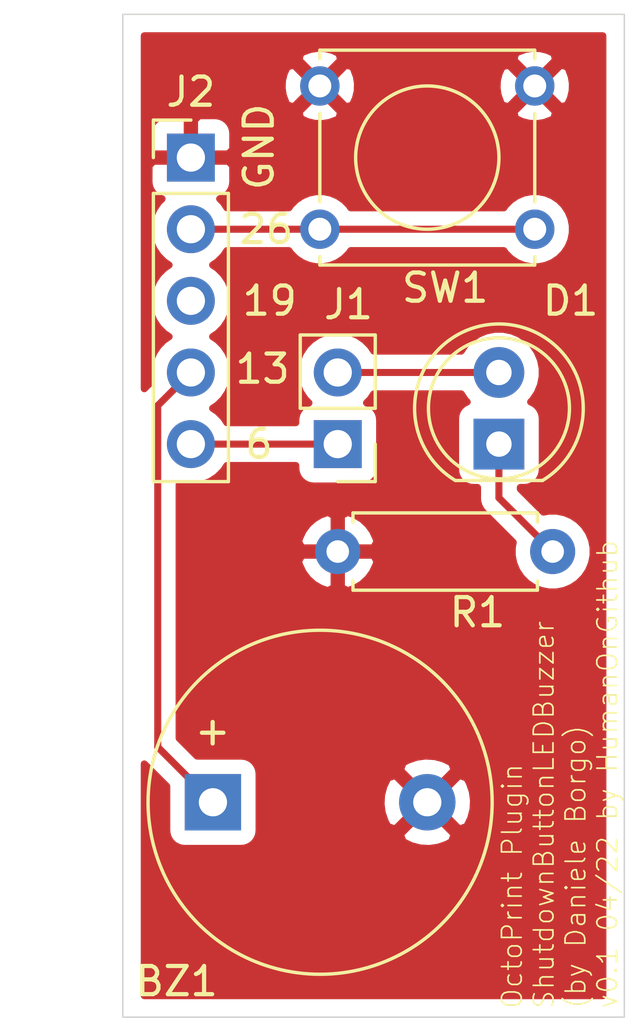
<source format=kicad_pcb>
(kicad_pcb (version 20211014) (generator pcbnew)
  (title_block (title "PCB for OctoPrint Plugin ShutdownButtonLEDBuzzer") (date "2023-02-12") (rev "v0.1"))
  (layers (0 "F.Cu" signal) (31 "B.Cu" signal) (34 "B.Paste" user) (35 "F.Paste" user) (36 "B.SilkS" user "B.Silkscreen") (37 "F.SilkS" user "F.Silkscreen") (38 "B.Mask" user) (39 "F.Mask" user) (44 "Edge.Cuts" user))
  (net 0 "")
  (net 1 "Net-(BZ1-Pad1)")
  (net 2 "GND")
  (net 3 "Net-(D1-Pad1)")
  (net 4 "Net-(D1-Pad2)")
  (net 5 "Net-(J1-Pad1)")
  (net 6 "Net-(J2-Pad2)")
  (footprint "Buzzer_Beeper:Buzzer_12x9.5RM7.6" (layer "F.Cu") (at 118.13 69.088)
    (fp_text reference "BZ1" (at -1.29 6.35) (layer "F.SilkS"))
    (fp_text value "Buzzer")
    (fp_text user "+" (at -0.01 -2.54) (layer "F.SilkS"))
    (fp_circle (center 3.8 0) (end 9.9 0) (layer "F.SilkS") (width 0.12) (fill none))
    (pad "1" thru_hole rect locked (at 0 0) (size 2 2) (drill 1) (layers *.Cu *.Mask) (net 1 "Net-(BZ1-Pad1)"))
    (pad "2" thru_hole circle locked (at 7.6 0) (size 2 2) (drill 1) (layers *.Cu *.Mask) (net 2 "GND"))
  )
  (footprint "LED_THT:LED_D5.0mm" (layer "F.Cu") (at 128.27 56.388 90)
    (fp_text reference "D1" (at 5.08 2.54 180) (layer "F.SilkS"))
    (fp_text value "LED")
    (fp_line (start -1.29 -1.545) (end -1.29 1.545) (layer "F.SilkS") (width 0.12))
    (fp_arc (start -1.29 -1.54483) (mid 2.072002 -2.880433) (end 4.26 0.000462) (layer "F.SilkS") (width 0.12))
    (fp_arc (start 4.26 -0.000462) (mid 2.072002 2.880433) (end -1.29 1.54483) (layer "F.SilkS") (width 0.12))
    (fp_circle (center 1.27 0) (end 3.77 0) (layer "F.SilkS") (width 0.12) (fill none))
    (pad "1" thru_hole rect locked (at 0 0 90) (size 1.8 1.8) (drill 0.9) (layers *.Cu *.Mask) (net 3 "Net-(D1-Pad1)"))
    (pad "2" thru_hole circle locked (at 2.54 0 90) (size 1.8 1.8) (drill 0.9) (layers *.Cu *.Mask) (net 4 "Net-(D1-Pad2)"))
  )
  (footprint "Resistor_THT:R_Axial_DIN0207_L6.3mm_D2.5mm_P7.62mm_Horizontal" (layer "F.Cu") (at 130.175 60.198 180)
    (fp_text reference "R1" (at 2.667 -2.159) (layer "F.SilkS"))
    (fp_text value "10")
    (fp_line (start 0.54 -1.04) (end 0.54 -1.37) (layer "F.SilkS") (width 0.12))
    (fp_line (start 7.08 -1.37) (end 7.08 -1.04) (layer "F.SilkS") (width 0.12))
    (fp_line (start 0.54 -1.37) (end 7.08 -1.37) (layer "F.SilkS") (width 0.12))
    (fp_line (start 7.08 1.37) (end 7.08 1.04) (layer "F.SilkS") (width 0.12))
    (fp_line (start 0.54 1.04) (end 0.54 1.37) (layer "F.SilkS") (width 0.12))
    (fp_line (start 0.54 1.37) (end 7.08 1.37) (layer "F.SilkS") (width 0.12))
    (pad "1" thru_hole circle locked (at 0 0 180) (size 1.6 1.6) (drill 0.8) (layers *.Cu *.Mask) (net 3 "Net-(D1-Pad1)"))
    (pad "2" thru_hole oval locked (at 7.62 0 180) (size 1.6 1.6) (drill 0.8) (layers *.Cu *.Mask) (net 2 "GND"))
  )
  (footprint "Connector_PinHeader_2.54mm:PinHeader_1x05_P2.54mm_Vertical" (layer "F.Cu") (at 117.348 46.228)
    (fp_text reference "J2" (at 0 -2.33) (layer "F.SilkS"))
    (fp_text value "Conn_01x05_Male")
    (fp_line (start -1.33 11.49) (end 1.33 11.49) (layer "F.SilkS") (width 0.12))
    (fp_line (start -1.33 1.27) (end -1.33 11.49) (layer "F.SilkS") (width 0.12))
    (fp_line (start -1.33 0) (end -1.33 -1.33) (layer "F.SilkS") (width 0.12))
    (fp_line (start -1.33 1.27) (end 1.33 1.27) (layer "F.SilkS") (width 0.12))
    (fp_line (start 1.33 1.27) (end 1.33 11.49) (layer "F.SilkS") (width 0.12))
    (fp_line (start -1.33 -1.33) (end 0 -1.33) (layer "F.SilkS") (width 0.12))
    (pad "1" thru_hole rect locked (at 0 0) (size 1.7 1.7) (drill 1) (layers *.Cu *.Mask) (net 2 "GND"))
    (pad "2" thru_hole oval locked (at 0 2.54) (size 1.7 1.7) (drill 1) (layers *.Cu *.Mask) (net 6 "Net-(J2-Pad2)"))
    (pad "3" thru_hole oval locked (at 0 5.08) (size 1.7 1.7) (drill 1) (layers *.Cu *.Mask))
    (pad "4" thru_hole oval locked (at 0 7.62) (size 1.7 1.7) (drill 1) (layers *.Cu *.Mask) (net 1 "Net-(BZ1-Pad1)"))
    (pad "5" thru_hole oval locked (at 0 10.16) (size 1.7 1.7) (drill 1) (layers *.Cu *.Mask) (net 5 "Net-(J1-Pad1)"))
  )
  (footprint "Connector_PinHeader_2.54mm:PinHeader_1x02_P2.54mm_Vertical" (layer "F.Cu") (at 122.555 56.388 180)
    (fp_text reference "J1" (at -0.381 4.953 180) (layer "F.SilkS"))
    (fp_text value "Jumper")
    (fp_line (start 1.33 1.27) (end 1.33 3.87) (layer "F.SilkS") (width 0.12))
    (fp_line (start -1.33 -1.33) (end 0 -1.33) (layer "F.SilkS") (width 0.12))
    (fp_line (start -1.33 0) (end -1.33 -1.33) (layer "F.SilkS") (width 0.12))
    (fp_line (start -1.33 1.27) (end 1.33 1.27) (layer "F.SilkS") (width 0.12))
    (fp_line (start -1.33 3.87) (end 1.33 3.87) (layer "F.SilkS") (width 0.12))
    (fp_line (start -1.33 1.27) (end -1.33 3.87) (layer "F.SilkS") (width 0.12))
    (pad "1" thru_hole rect locked (at 0 0 180) (size 1.7 1.7) (drill 1) (layers *.Cu *.Mask) (net 5 "Net-(J1-Pad1)"))
    (pad "2" thru_hole oval locked (at 0 2.54 180) (size 1.7 1.7) (drill 1) (layers *.Cu *.Mask) (net 4 "Net-(D1-Pad2)"))
  )
  (footprint "Button_Switch_THT:SW_Tactile_Straight_KSA0Axx1LFTR" (layer "F.Cu") (at 129.54 48.768 180)
    (fp_text reference "SW1" (at 3.175 -2.08) (layer "F.SilkS"))
    (fp_text value "SW")
    (fp_line (start 0 6.05) (end 0 6.35) (layer "F.SilkS") (width 0.12))
    (fp_line (start 0 -1.27) (end 0 -0.97) (layer "F.SilkS") (width 0.12))
    (fp_line (start 7.62 0.97) (end 7.62 4.11) (layer "F.SilkS") (width 0.12))
    (fp_line (start 0 -1.27) (end 7.62 -1.27) (layer "F.SilkS") (width 0.12))
    (fp_line (start 0 0.97) (end 0 4.11) (layer "F.SilkS") (width 0.12))
    (fp_line (start 7.62 6.35) (end 0 6.35) (layer "F.SilkS") (width 0.12))
    (fp_line (start 7.62 -1.27) (end 7.62 -0.97) (layer "F.SilkS") (width 0.12))
    (fp_line (start 7.62 6.05) (end 7.62 6.35) (layer "F.SilkS") (width 0.12))
    (fp_circle (center 3.81 2.54) (end 3.81 0) (layer "F.SilkS") (width 0.12) (fill none))
    (pad "1" thru_hole circle locked (at 7.62 0 180) (size 1.397 1.397) (drill 0.8128) (layers *.Cu *.Mask) (net 6 "Net-(J2-Pad2)"))
    (pad "1" thru_hole circle locked (at 0 0 180) (size 1.397 1.397) (drill 0.8128) (layers *.Cu *.Mask) (net 6 "Net-(J2-Pad2)"))
    (pad "2" thru_hole circle locked (at 0 5.08 180) (size 1.397 1.397) (drill 0.8128) (layers *.Cu *.Mask) (net 2 "GND"))
    (pad "2" thru_hole circle locked (at 7.62 5.08 180) (size 1.397 1.397) (drill 0.8128) (layers *.Cu *.Mask) (net 2 "GND"))
  )
  (gr_line (start 132.715 76.708) (end 132.715 41.148) (layer "Edge.Cuts") (width 0.05))
  (gr_line (start 114.935 41.148) (end 132.715 41.148) (layer "Edge.Cuts") (width 0.05))
  (gr_line (start 114.935 76.708) (end 132.715 76.708) (layer "Edge.Cuts") (width 0.05))
  (gr_line (start 114.935 76.708) (end 114.935 41.148) (layer "Edge.Cuts") (width 0.05))
  (gr_text "OctoPrint Plugin\nShutdownButtonLEDBuzzer\n(by Daniele Borgo)\nv0.1 04/22 by HumanOnGithub" (at 130.429 76.454 90) (layer "F.SilkS") (effects (font (size 0.7 0.7) (thickness 0.06)) (justify left)))
  (gr_text "26" (at 120.015 48.768) (layer "F.SilkS") (effects (font (size 1 1))))
  (gr_text "GND" (at 119.761 45.847 90) (layer "F.SilkS") (effects (font (size 1 1))))
  (gr_text "6" (at 119.761 56.388) (layer "F.SilkS") (effects (font (size 1 1))))
  (gr_text "13" (at 119.888 53.721) (layer "F.SilkS") (effects (font (size 1 1))))
  (gr_text "19" (at 120.142 51.308) (layer "F.SilkS") (effects (font (size 1 1))))
  (segment (start 117.348 53.848) (end 116.172999 55.023001) (width 0.25) (layer "F.Cu") (net 1))
  (segment (start 116.172999 67.130999) (end 118.13 69.088) (width 0.25) (layer "F.Cu") (net 1))
  (segment (start 116.172999 55.023001) (end 116.172999 67.130999) (width 0.25) (layer "F.Cu") (net 1))
  (segment (start 128.27 56.388) (end 128.27 58.293) (width 0.25) (layer "F.Cu") (net 3))
  (segment (start 128.27 58.293) (end 130.175 60.198) (width 0.25) (layer "F.Cu") (net 3))
  (segment (start 122.555 53.848) (end 128.27 53.848) (width 0.25) (layer "F.Cu") (net 4))
  (segment (start 117.348 56.388) (end 122.555 56.388) (width 0.25) (layer "F.Cu") (net 5))
  (segment (start 121.92 48.768) (end 129.54 48.768) (width 0.25) (layer "F.Cu") (net 6))
  (segment (start 121.92 48.768) (end 117.348 48.768) (width 0.25) (layer "F.Cu") (net 6))
  (zone (net 2) (net_name "GND") (layer "F.Cu") (connect_pads (clearance 0.508)) (min_thickness 0.254) (fill yes (thermal_gap 0.508) (thermal_bridge_width 0.508))
    (polygon (pts (xy 132.08 41.783) (xy 132.08 76.073) (xy 115.57 76.073) (xy 115.57 41.783)))
  )
)
</source>
